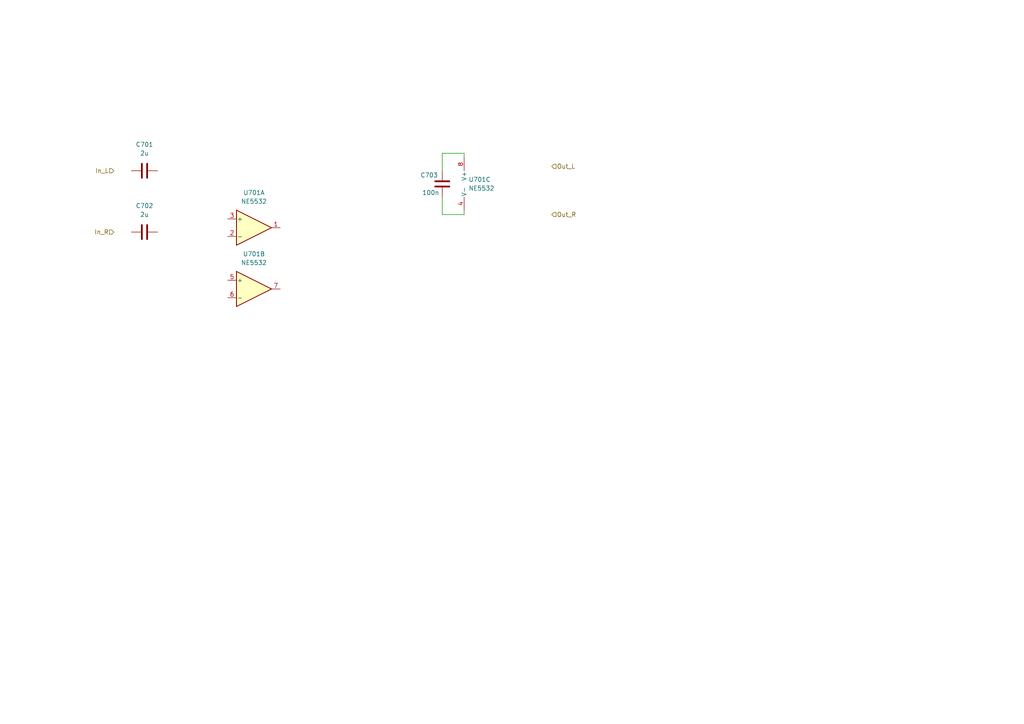
<source format=kicad_sch>
(kicad_sch (version 20231120) (generator "eeschema") (generator_version "8.0")
  (paper "A4")
  (lib_symbols
    (symbol "Amplifier_Operational:NE5532" (pin_names (offset 0.127))
      (property "Reference" "U" (at 0 5.08 0))
      (property "Value" "NE5532" (at 0 -5.08 0))
      (symbol "NE5532_1_1"
        (polyline (pts (xy -5.08 5.08) (xy 5.08 0) (xy -5.08 -5.08) (xy -5.08 5.08)) (stroke (width 0.254)) (fill (type background)))
        (pin output line (at 7.62 0 180) (length 2.54) (name "~") (number "1"))
        (pin input line (at -7.62 -2.54 0) (length 2.54) (name "-") (number "2"))
        (pin input line (at -7.62 2.54 0) (length 2.54) (name "+") (number "3"))
      )
      (symbol "NE5532_2_1"
        (polyline (pts (xy -5.08 5.08) (xy 5.08 0) (xy -5.08 -5.08) (xy -5.08 5.08)) (stroke (width 0.254)) (fill (type background)))
        (pin input line (at -7.62 2.54 0) (length 2.54) (name "+") (number "5"))
        (pin input line (at -7.62 -2.54 0) (length 2.54) (name "-") (number "6"))
        (pin output line (at 7.62 0 180) (length 2.54) (name "~") (number "7"))
      )
      (symbol "NE5532_3_1"
        (pin power_in line (at -2.54 -7.62 90) (length 3.81) (name "V-") (number "4"))
        (pin power_in line (at -2.54 7.62 270) (length 3.81) (name "V+") (number "8"))
      )
    )
    (symbol "Device:C" (pin_numbers hide) (pin_names (offset 0.254))
      (property "Reference" "C" (at 0.635 2.54 0))
      (property "Value" "C" (at 0.635 -2.54 0))
      (symbol "C_0_1"
        (polyline (pts (xy -2.032 -0.762) (xy 2.032 -0.762)) (stroke (width 0.508)))
        (polyline (pts (xy -2.032 0.762) (xy 2.032 0.762)) (stroke (width 0.508)))
      )
      (symbol "C_1_1"
        (pin passive line (at 0 3.81 270) (length 2.794) (name "~") (number "1"))
        (pin passive line (at 0 -3.81 90) (length 2.794) (name "~") (number "2"))
      )
    )
  )
  (wire (pts (xy 128.27 57.15) (xy 128.27 62.23)))
  (wire (pts (xy 128.27 44.45) (xy 134.62 44.45)))
  (wire (pts (xy 134.62 62.23) (xy 134.62 60.96)))
  (wire (pts (xy 134.62 44.45) (xy 134.62 45.72)))
  (wire (pts (xy 128.27 62.23) (xy 134.62 62.23)))
  (wire (pts (xy 128.27 49.53) (xy 128.27 44.45)))
  (hierarchical_label "Out_R" (shape input) (at 160.02 62.23 0))
  (hierarchical_label "Out_L" (shape input) (at 160.02 48.26 0))
  (hierarchical_label "In_L" (shape input) (at 33.02 49.53 180))
  (hierarchical_label "In_R" (shape input) (at 33.02 67.31 180))
  (symbol (lib_id "Amplifier_Operational:NE5532") (at 73.66 66.04 0) (unit 1)
    (property "Reference" "U701" (at 73.66 55.88 0))
    (property "Value" "NE5532" (at 73.66 58.42 0))
    (property "Footprint" "Package_DIP:DIP-8_W7.62mm_LongPads" (effects (hide yes)))
    (property "Datasheet" "http://www.ti.com/lit/ds/symlink/ne5532.pdf" (effects (hide yes)))
    (property "Description" "Dual Low-Noise Operational Amplifiers, DIP-8/SOIC-8" (effects (hide yes)))
  )
  (symbol (lib_id "Amplifier_Operational:NE5532") (at 73.66 83.82 0) (unit 2)
    (property "Reference" "U701" (at 73.66 73.66 0))
    (property "Value" "NE5532" (at 73.66 76.2 0))
    (property "Footprint" "Package_DIP:DIP-8_W7.62mm_LongPads" (effects (hide yes)))
    (property "Datasheet" "http://www.ti.com/lit/ds/symlink/ne5532.pdf" (effects (hide yes)))
    (property "Description" "Dual Low-Noise Operational Amplifiers, DIP-8/SOIC-8" (effects (hide yes)))
  )
  (symbol (lib_id "Amplifier_Operational:NE5532") (at 137.16 53.34 0) (unit 3)
    (property "Reference" "U701" (at 135.89 52.0699 0) (effects (justify left)))
    (property "Value" "NE5532" (at 135.89 54.6099 0) (effects (justify left)))
    (property "Footprint" "Package_DIP:DIP-8_W7.62mm_LongPads" (effects (hide yes)))
    (property "Datasheet" "http://www.ti.com/lit/ds/symlink/ne5532.pdf" (effects (hide yes)))
    (property "Description" "Dual Low-Noise Operational Amplifiers, DIP-8/SOIC-8" (effects (hide yes)))
  )
  (symbol (lib_id "Device:C") (at 41.91 67.31 90) (unit 1)
    (property "Reference" "C702" (at 41.91 59.69 90))
    (property "Value" "2u" (at 41.91 62.23 90))
    (property "Footprint" "Capacitor_THT:C_Axial_L12.0mm_D7.5mm_P15.00mm_Horizontal" (effects (hide yes)))
    (property "Description" "Unpolarized capacitor" (effects (hide yes)))
  )
  (symbol (lib_id "Device:C") (at 41.91 49.53 90) (unit 1)
    (property "Reference" "C701" (at 41.91 41.91 90))
    (property "Value" "2u" (at 41.91 44.45 90))
    (property "Footprint" "Capacitor_THT:C_Axial_L12.0mm_D7.5mm_P15.00mm_Horizontal" (effects (hide yes)))
    (property "Description" "Unpolarized capacitor" (effects (hide yes)))
  )
  (symbol (lib_id "Device:C") (at 128.27 53.34 180) (unit 1)
    (property "Reference" "C703" (at 121.92 50.8 0) (effects (justify right)))
    (property "Value" "100n" (at 122.428 55.88 0) (effects (justify right)))
    (property "Footprint" "Capacitor_THT:C_Axial_L12.0mm_D7.5mm_P15.00mm_Horizontal" (effects (hide yes)))
    (property "Description" "Unpolarized capacitor" (effects (hide yes)))
  )
)
</source>
